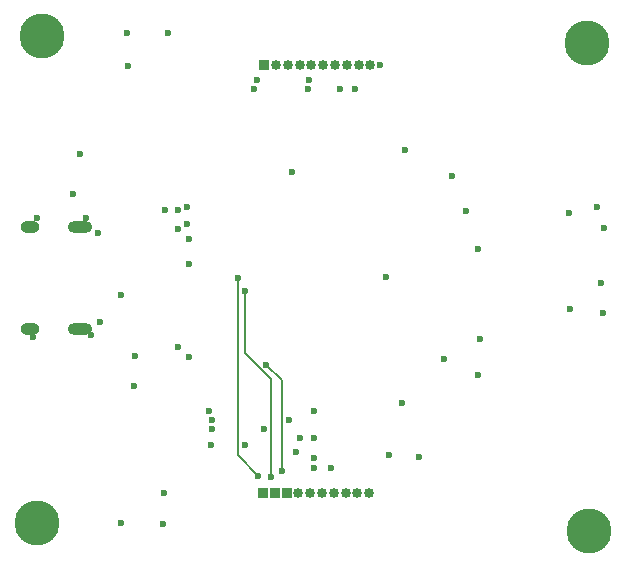
<source format=gbr>
%TF.GenerationSoftware,KiCad,Pcbnew,8.0.3*%
%TF.CreationDate,2024-10-14T16:47:46+01:00*%
%TF.ProjectId,nPM1300 kicad design,6e504d31-3330-4302-906b-696361642064,rev?*%
%TF.SameCoordinates,Original*%
%TF.FileFunction,Copper,L2,Inr*%
%TF.FilePolarity,Positive*%
%FSLAX46Y46*%
G04 Gerber Fmt 4.6, Leading zero omitted, Abs format (unit mm)*
G04 Created by KiCad (PCBNEW 8.0.3) date 2024-10-14 16:47:46*
%MOMM*%
%LPD*%
G01*
G04 APERTURE LIST*
%TA.AperFunction,ComponentPad*%
%ADD10C,3.800000*%
%TD*%
%TA.AperFunction,ComponentPad*%
%ADD11O,2.100000X1.000000*%
%TD*%
%TA.AperFunction,ComponentPad*%
%ADD12O,1.600000X1.000000*%
%TD*%
%TA.AperFunction,ComponentPad*%
%ADD13R,0.850000X0.850000*%
%TD*%
%TA.AperFunction,ComponentPad*%
%ADD14O,0.850000X0.850000*%
%TD*%
%TA.AperFunction,ViaPad*%
%ADD15C,0.600000*%
%TD*%
%TA.AperFunction,Conductor*%
%ADD16C,0.200000*%
%TD*%
G04 APERTURE END LIST*
D10*
%TO.N,N/C*%
%TO.C,H1*%
X101700000Y-90100000D03*
%TD*%
%TO.N,N/C*%
%TO.C,H3*%
X148400000Y-90800000D03*
%TD*%
%TO.N,N/C*%
%TO.C,H2*%
X102100000Y-48900000D03*
%TD*%
%TO.N,N/C*%
%TO.C,H4*%
X148200000Y-49500000D03*
%TD*%
D11*
%TO.N,GND*%
%TO.C,J1*%
X105280000Y-65060000D03*
D12*
X101100000Y-65060000D03*
D11*
X105280000Y-73700000D03*
D12*
X101100000Y-73700000D03*
%TD*%
D13*
%TO.N,/GPIO0*%
%TO.C,J2*%
X120800000Y-87600000D03*
%TO.N,/GPIO1*%
X121800000Y-87600000D03*
%TO.N,/GPIO2*%
X122800000Y-87600000D03*
D14*
%TO.N,/GPIO3*%
X123800000Y-87600000D03*
%TO.N,/GPIO4*%
X124800000Y-87600000D03*
%TO.N,VDDIO*%
X125800000Y-87600000D03*
%TO.N,/SCL*%
X126800000Y-87600000D03*
%TO.N,/SDA*%
X127800000Y-87600000D03*
%TO.N,/SHPHLD*%
X128800000Y-87600000D03*
%TO.N,/NTC*%
X129800000Y-87600000D03*
%TD*%
D13*
%TO.N,/LS2_OUT*%
%TO.C,J3*%
X120900000Y-51300000D03*
D14*
%TO.N,/LS2_IN*%
X121900000Y-51300000D03*
%TO.N,/LS1_OUT*%
X122900000Y-51300000D03*
%TO.N,/LS1_IN*%
X123900000Y-51300000D03*
%TO.N,+1V8*%
X124900000Y-51300000D03*
%TO.N,+3V3*%
X125900000Y-51300000D03*
%TO.N,/VBUS_OUT*%
X126900000Y-51300000D03*
%TO.N,VSYS*%
X127900000Y-51300000D03*
%TO.N,/VBAT*%
X128900000Y-51300000D03*
%TO.N,GND*%
X129900000Y-51300000D03*
%TD*%
D15*
%TO.N,VDDIO*%
X119300000Y-83500000D03*
X123640514Y-84130559D03*
X116400000Y-83500000D03*
X125100000Y-84600000D03*
%TO.N,/SDA*%
X116500000Y-82200000D03*
X125095000Y-82900000D03*
X113600000Y-65200000D03*
X113625401Y-63600000D03*
X123895000Y-82900000D03*
X120900000Y-82200000D03*
%TO.N,/SHPHLD*%
X116247016Y-80641049D03*
X125100000Y-80600000D03*
%TO.N,/GPIO0*%
X118700000Y-69400000D03*
X120400000Y-86100000D03*
X112500000Y-63600000D03*
X114500000Y-68200000D03*
%TO.N,/GPIO2*%
X121100000Y-76700000D03*
X122400000Y-85700000D03*
%TO.N,/GPIO1*%
X119300000Y-70500000D03*
X121500000Y-86200000D03*
%TO.N,/SCL*%
X114400000Y-64800000D03*
X125100000Y-85500000D03*
X114400000Y-63400000D03*
X116500000Y-81399997D03*
X126600000Y-85500000D03*
X123000000Y-81400000D03*
%TO.N,+3V3*%
X124586863Y-53391962D03*
X120080222Y-53369222D03*
%TO.N,/LS1_OUT*%
X136800000Y-60700000D03*
X123300000Y-60400000D03*
%TO.N,/VBUS_OUT*%
X128600000Y-53400000D03*
X127300000Y-53400000D03*
%TO.N,GND*%
X134000000Y-84500000D03*
X106200000Y-74200000D03*
X139000000Y-77600000D03*
X139200000Y-74500000D03*
X105800000Y-64300000D03*
X106800000Y-65600000D03*
X149100000Y-63400000D03*
X104700000Y-62300000D03*
X112800000Y-48600000D03*
X139000000Y-66900000D03*
X149700000Y-65100000D03*
X131500000Y-84400000D03*
X109900000Y-78500000D03*
X132600000Y-80000000D03*
X138000000Y-63700000D03*
X146800000Y-72000000D03*
X132800000Y-58500000D03*
X109300000Y-48600000D03*
X105300000Y-58900000D03*
X149600000Y-72300000D03*
X146700000Y-63900000D03*
X149400000Y-69800000D03*
X107000000Y-73100000D03*
X108800000Y-70800000D03*
X110000000Y-76000000D03*
X108800000Y-90100000D03*
X130700000Y-51300000D03*
X136100000Y-76200000D03*
X101300000Y-74400000D03*
X109400000Y-51400000D03*
X114500000Y-66100000D03*
X112400000Y-87600000D03*
X101700000Y-64300000D03*
X114500000Y-76100000D03*
X112300000Y-90200000D03*
%TO.N,+1V8*%
X120300000Y-52600000D03*
X124700000Y-52600000D03*
%TO.N,Net-(U1-VBUS)*%
X113600000Y-75200000D03*
X131200000Y-69300000D03*
%TD*%
D16*
%TO.N,/GPIO0*%
X120400000Y-86100000D02*
X118700000Y-84400000D01*
X118700000Y-84400000D02*
X118700000Y-69400000D01*
%TO.N,/GPIO2*%
X122400000Y-78000000D02*
X121100000Y-76700000D01*
X122400000Y-85700000D02*
X122400000Y-78000000D01*
%TO.N,/GPIO1*%
X121500000Y-77948529D02*
X119300000Y-75748529D01*
X119300000Y-75748529D02*
X119300000Y-70500000D01*
X121500000Y-86200000D02*
X121500000Y-77948529D01*
%TD*%
M02*

</source>
